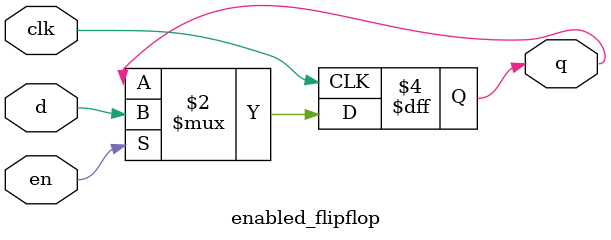
<source format=v>
module enabled_flipflop (
    d, en, clk,
    q
);

input       d, en, clk;
output reg  q;

always @(posedge clk) begin
    if(en) q <= d;
    else;
end
    
endmodule
</source>
